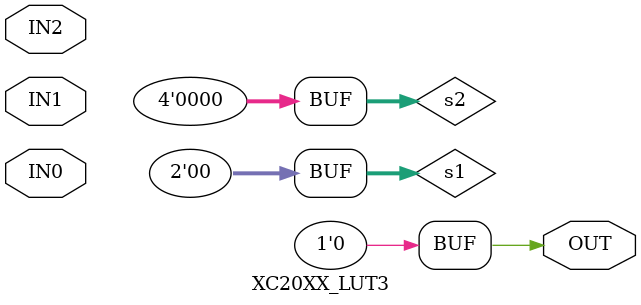
<source format=v>
module XC20XX_LUT3(
    IN0, IN1, IN2, // INPUTS
    OUT // OUTPUTS
);

    input wire IN0;
    input wire IN1;
    input wire IN2;

    output wire OUT;

    parameter [7:0] INIT = 0;

    wire [3:0] s2 = IN2 ? INIT[ 7:4] : INIT[3:0];
	wire [1:0] s1 = IN1 ? s2[ 3:2] : s2[1:0];
	assign OUT = IN0 ? s1[1] : s1[0];
endmodule

</source>
